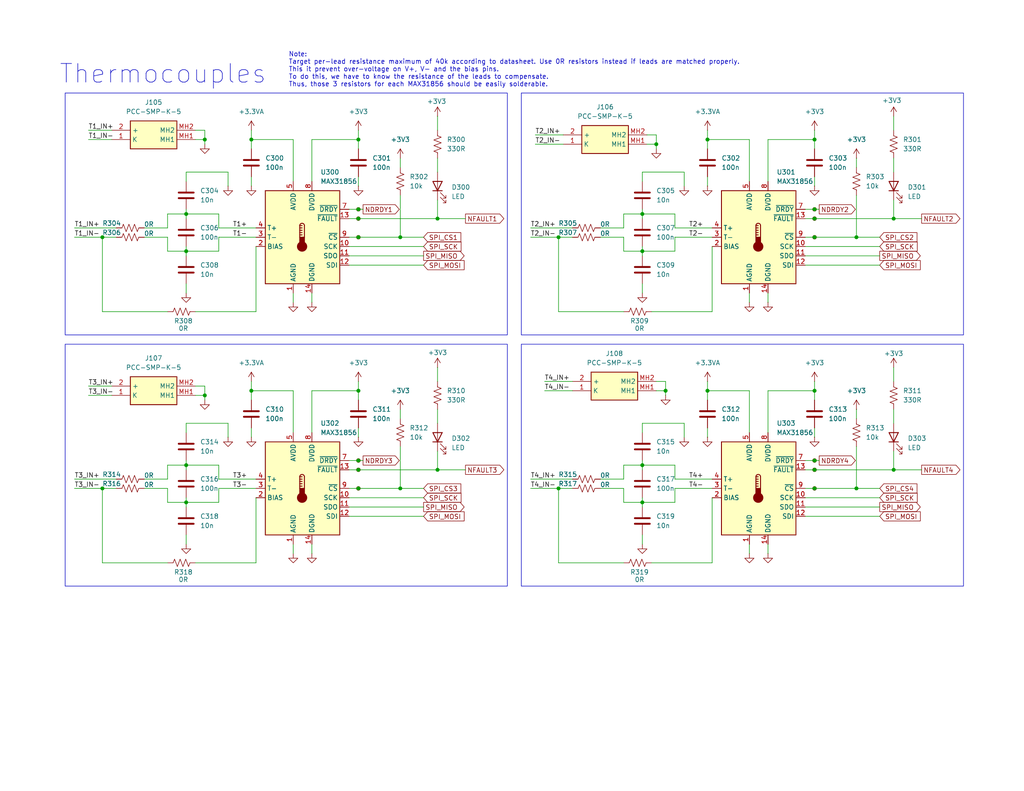
<source format=kicad_sch>
(kicad_sch (version 20250114) (generator "eeschema") (generator_version "9.0")
  (paper "USLetter")
  (title_block (title "Thermocouple Board") (date "2025-10-09") (rev "1A") (company "Aggie Propulsion and Rocketry Lab") (comment 1 "Drawn by: Nolan Poe") (comment 2 "Checked by: Daniel Fan"))
  (rectangle (start 142.24 93.98) (end 262.89 160.02))
  (rectangle (start 17.78 93.98) (end 138.43 160.02))
  (rectangle (start 142.24 25.4) (end 262.89 91.44))
  (rectangle (start 17.78 25.4) (end 138.43 91.44))
  (text "Note:\nTarget per-lead resistance maximum of 40k according to datasheet. Use 0R resistors instead if leads are matched properly.\nThis it prevent over-voltage on V+, V- and the bias pins.\nTo do this, we have to know the resistance of the leads to compensate.\nThus, those 3 resistors for each MAX31856 should be easily solderable." (at 78.74 19.05 0) (effects (font (size 1.27 1.27)) (justify left)))
  (text "Thermocouples" (at 44.45 20.32 0) (effects (font (size 5.08 5.08))))
  (junction (at 222.25 57.15))
  (junction (at 55.88 107.95))
  (junction (at 222.25 59.69))
  (junction (at 243.84 128.27))
  (junction (at 175.26 58.42))
  (junction (at 222.25 125.73))
  (junction (at 233.68 64.77))
  (junction (at 97.7804 59.69))
  (junction (at 97.79 133.35))
  (junction (at 27.94 133.35))
  (junction (at 68.58 38.1))
  (junction (at 243.84 59.69))
  (junction (at 222.25 128.27))
  (junction (at 50.8 68.58))
  (junction (at 233.68 133.35))
  (junction (at 97.79 128.27))
  (junction (at 179.07 39.37))
  (junction (at 68.58 106.68))
  (junction (at 222.25 38.1))
  (junction (at 97.79 64.77))
  (junction (at 27.94 64.77))
  (junction (at 193.04 106.68))
  (junction (at 50.8 58.42))
  (junction (at 109.22 133.35))
  (junction (at 97.79 106.68))
  (junction (at 222.25 133.35))
  (junction (at 181.61 106.68))
  (junction (at 50.8 137.16))
  (junction (at 97.79 38.1))
  (junction (at 119.38 59.69))
  (junction (at 152.4 133.35))
  (junction (at 119.38 128.27))
  (junction (at 175.26 137.16))
  (junction (at 175.26 68.58))
  (junction (at 97.79 57.15))
  (junction (at 50.8 127))
  (junction (at 152.4 64.77))
  (junction (at 109.22 64.77))
  (junction (at 55.88 38.1))
  (junction (at 222.25 64.77))
  (junction (at 222.25 106.68))
  (junction (at 175.26 127))
  (junction (at 193.04 38.1))
  (junction (at 97.79 125.73))
  (wire (pts (xy 85.09 38.1) (xy 97.79 38.1)))
  (wire (pts (xy 69.85 130.81) (xy 59.69 130.81)))
  (wire (pts (xy 119.38 100.33) (xy 119.38 104.14)))
  (wire (pts (xy 152.4 85.09) (xy 152.4 64.77)))
  (wire (pts (xy 85.09 106.68) (xy 97.79 106.68)))
  (wire (pts (xy 209.55 151.13) (xy 209.55 148.59)))
  (wire (pts (xy 193.04 38.1) (xy 204.47 38.1)))
  (wire (pts (xy 85.09 151.13) (xy 85.09 148.59)))
  (wire (pts (xy 95.25 138.43) (xy 115.57 138.43)))
  (wire (pts (xy 222.25 116.84) (xy 222.25 119.38)))
  (wire (pts (xy 146.05 39.37) (xy 153.67 39.37)))
  (wire (pts (xy 181.61 106.68) (xy 181.61 104.14)))
  (wire (pts (xy 148.59 104.14) (xy 156.21 104.14)))
  (wire (pts (xy 170.18 62.23) (xy 163.83 62.23)))
  (wire (pts (xy 27.94 133.35) (xy 31.75 133.35)))
  (wire (pts (xy 97.79 64.77) (xy 95.25 64.77)))
  (wire (pts (xy 170.18 133.35) (xy 170.18 137.16)))
  (wire (pts (xy 219.71 69.85) (xy 240.03 69.85)))
  (wire (pts (xy 85.09 118.11) (xy 85.09 106.68)))
  (wire (pts (xy 186.69 115.57) (xy 175.26 115.57)))
  (wire (pts (xy 243.84 31.75) (xy 243.84 35.56)))
  (wire (pts (xy 194.31 153.67) (xy 194.31 135.89)))
  (wire (pts (xy 95.25 69.85) (xy 115.57 69.85)))
  (wire (pts (xy 184.15 64.77) (xy 184.15 68.58)))
  (wire (pts (xy 243.84 123.19) (xy 243.84 128.27)))
  (wire (pts (xy 50.8 68.58) (xy 59.69 68.58)))
  (wire (pts (xy 62.23 50.8) (xy 62.23 46.99)))
  (wire (pts (xy 95.25 59.69) (xy 97.7804 59.69)))
  (wire (pts (xy 175.26 146.05) (xy 175.26 148.59)))
  (wire (pts (xy 53.34 85.09) (xy 69.85 85.09)))
  (wire (pts (xy 85.09 82.55) (xy 85.09 80.01)))
  (wire (pts (xy 181.61 107.95) (xy 181.61 106.68)))
  (wire (pts (xy 179.07 39.37) (xy 179.07 36.83)))
  (wire (pts (xy 50.8 127) (xy 59.69 127)))
  (wire (pts (xy 222.25 48.26) (xy 222.25 50.8)))
  (wire (pts (xy 20.32 62.23) (xy 31.75 62.23)))
  (wire (pts (xy 144.78 64.77) (xy 152.4 64.77)))
  (wire (pts (xy 69.85 62.23) (xy 59.69 62.23)))
  (wire (pts (xy 68.58 38.1) (xy 80.01 38.1)))
  (wire (pts (xy 45.72 85.09) (xy 27.94 85.09)))
  (wire (pts (xy 59.69 64.77) (xy 59.69 68.58)))
  (wire (pts (xy 170.18 127) (xy 170.18 130.81)))
  (wire (pts (xy 55.88 107.95) (xy 55.88 105.41)))
  (wire (pts (xy 193.04 35.56) (xy 193.04 38.1)))
  (wire (pts (xy 53.34 153.67) (xy 69.85 153.67)))
  (wire (pts (xy 170.18 58.42) (xy 170.18 62.23)))
  (wire (pts (xy 175.26 46.99) (xy 175.26 49.53)))
  (wire (pts (xy 209.55 118.11) (xy 209.55 106.68)))
  (wire (pts (xy 50.8 125.73) (xy 50.8 127)))
  (wire (pts (xy 175.26 127) (xy 170.18 127)))
  (wire (pts (xy 209.55 38.1) (xy 222.25 38.1)))
  (wire (pts (xy 233.68 64.77) (xy 240.03 64.77)))
  (wire (pts (xy 222.25 106.68) (xy 222.25 109.22)))
  (wire (pts (xy 152.4 133.35) (xy 156.21 133.35)))
  (wire (pts (xy 219.71 67.31) (xy 240.03 67.31)))
  (wire (pts (xy 175.26 69.85) (xy 175.26 68.58)))
  (wire (pts (xy 95.25 128.27) (xy 97.79 128.27)))
  (wire (pts (xy 194.31 62.23) (xy 184.15 62.23)))
  (wire (pts (xy 193.04 104.14) (xy 193.04 106.68)))
  (wire (pts (xy 170.18 130.81) (xy 163.83 130.81)))
  (wire (pts (xy 68.58 106.68) (xy 68.58 109.22)))
  (wire (pts (xy 55.88 39.37) (xy 55.88 38.1)))
  (wire (pts (xy 50.8 46.99) (xy 50.8 49.53)))
  (wire (pts (xy 69.85 85.09) (xy 69.85 67.31)))
  (wire (pts (xy 109.22 43.18) (xy 109.22 45.72)))
  (wire (pts (xy 99.06 125.73) (xy 97.79 125.73)))
  (wire (pts (xy 219.71 72.39) (xy 240.03 72.39)))
  (wire (pts (xy 175.26 68.58) (xy 184.15 68.58)))
  (wire (pts (xy 222.25 133.35) (xy 219.71 133.35)))
  (wire (pts (xy 184.15 62.23) (xy 184.15 58.42)))
  (wire (pts (xy 45.72 130.81) (xy 39.37 130.81)))
  (wire (pts (xy 68.58 104.14) (xy 68.58 106.68)))
  (wire (pts (xy 177.8 85.09) (xy 194.31 85.09)))
  (wire (pts (xy 175.26 138.43) (xy 175.26 137.16)))
  (wire (pts (xy 243.84 43.18) (xy 243.84 46.99)))
  (wire (pts (xy 59.69 64.77) (xy 69.85 64.77)))
  (wire (pts (xy 193.04 119.38) (xy 193.04 116.84)))
  (wire (pts (xy 179.07 40.64) (xy 179.07 39.37)))
  (wire (pts (xy 170.18 137.16) (xy 175.26 137.16)))
  (wire (pts (xy 144.78 62.23) (xy 156.21 62.23)))
  (wire (pts (xy 39.37 64.77) (xy 45.72 64.77)))
  (wire (pts (xy 68.58 38.1) (xy 68.58 40.64)))
  (wire (pts (xy 170.18 85.09) (xy 152.4 85.09)))
  (wire (pts (xy 219.71 57.15) (xy 222.25 57.15)))
  (wire (pts (xy 222.25 38.1) (xy 222.25 40.64)))
  (wire (pts (xy 68.58 106.68) (xy 80.01 106.68)))
  (wire (pts (xy 233.68 43.18) (xy 233.68 45.72)))
  (wire (pts (xy 62.23 46.99) (xy 50.8 46.99)))
  (wire (pts (xy 209.55 82.55) (xy 209.55 80.01)))
  (wire (pts (xy 68.58 119.38) (xy 68.58 116.84)))
  (wire (pts (xy 222.25 128.27) (xy 219.71 128.27)))
  (wire (pts (xy 50.8 138.43) (xy 50.8 137.16)))
  (wire (pts (xy 243.84 128.27) (xy 222.25 128.27)))
  (wire (pts (xy 179.07 104.14) (xy 181.61 104.14)))
  (wire (pts (xy 97.79 48.26) (xy 97.79 50.8)))
  (wire (pts (xy 175.26 77.47) (xy 175.26 80.01)))
  (wire (pts (xy 95.25 125.73) (xy 97.79 125.73)))
  (wire (pts (xy 175.26 127) (xy 175.26 128.27)))
  (wire (pts (xy 204.47 151.13) (xy 204.47 148.59)))
  (wire (pts (xy 170.18 68.58) (xy 175.26 68.58)))
  (wire (pts (xy 109.22 111.76) (xy 109.22 114.3)))
  (wire (pts (xy 69.85 153.67) (xy 69.85 135.89)))
  (wire (pts (xy 219.71 125.73) (xy 222.25 125.73)))
  (wire (pts (xy 109.22 133.35) (xy 115.57 133.35)))
  (wire (pts (xy 194.31 130.81) (xy 184.15 130.81)))
  (wire (pts (xy 119.38 43.18) (xy 119.38 46.99)))
  (wire (pts (xy 119.38 111.76) (xy 119.38 115.57)))
  (wire (pts (xy 243.84 100.33) (xy 243.84 104.14)))
  (wire (pts (xy 177.8 153.67) (xy 194.31 153.67)))
  (wire (pts (xy 59.69 62.23) (xy 59.69 58.42)))
  (wire (pts (xy 55.88 38.1) (xy 55.88 35.56)))
  (wire (pts (xy 219.71 140.97) (xy 240.03 140.97)))
  (wire (pts (xy 24.13 105.41) (xy 30.48 105.41)))
  (wire (pts (xy 27.94 85.09) (xy 27.94 64.77)))
  (wire (pts (xy 45.72 127) (xy 45.72 130.81)))
  (wire (pts (xy 175.26 58.42) (xy 184.15 58.42)))
  (wire (pts (xy 85.09 49.53) (xy 85.09 38.1)))
  (wire (pts (xy 53.34 38.1) (xy 55.88 38.1)))
  (wire (pts (xy 222.25 64.77) (xy 219.71 64.77)))
  (wire (pts (xy 50.8 115.57) (xy 50.8 118.11)))
  (wire (pts (xy 146.05 36.83) (xy 153.67 36.83)))
  (wire (pts (xy 243.84 59.69) (xy 251.46 59.69)))
  (wire (pts (xy 186.69 119.38) (xy 186.69 115.57)))
  (wire (pts (xy 80.01 82.55) (xy 80.01 80.01)))
  (wire (pts (xy 194.31 85.09) (xy 194.31 67.31)))
  (wire (pts (xy 45.72 137.16) (xy 50.8 137.16)))
  (wire (pts (xy 193.04 106.68) (xy 193.04 109.22)))
  (wire (pts (xy 170.18 153.67) (xy 152.4 153.67)))
  (wire (pts (xy 95.25 57.15) (xy 97.79 57.15)))
  (wire (pts (xy 175.26 137.16) (xy 184.15 137.16)))
  (wire (pts (xy 175.26 58.42) (xy 170.18 58.42)))
  (wire (pts (xy 148.59 106.68) (xy 156.21 106.68)))
  (wire (pts (xy 233.68 133.35) (xy 222.25 133.35)))
  (wire (pts (xy 175.26 68.58) (xy 175.26 67.31)))
  (wire (pts (xy 109.22 64.77) (xy 115.57 64.77)))
  (wire (pts (xy 193.04 106.68) (xy 204.47 106.68)))
  (wire (pts (xy 204.47 38.1) (xy 204.47 49.53)))
  (wire (pts (xy 219.71 138.43) (xy 240.03 138.43)))
  (wire (pts (xy 243.84 111.76) (xy 243.84 115.57)))
  (wire (pts (xy 109.22 133.35) (xy 97.79 133.35)))
  (wire (pts (xy 175.26 58.42) (xy 175.26 59.69)))
  (wire (pts (xy 50.8 137.16) (xy 50.8 135.89)))
  (wire (pts (xy 24.13 38.1) (xy 30.48 38.1)))
  (wire (pts (xy 186.69 46.99) (xy 175.26 46.99)))
  (wire (pts (xy 222.25 35.56) (xy 222.25 38.1)))
  (wire (pts (xy 50.8 68.58) (xy 50.8 67.31)))
  (wire (pts (xy 50.8 57.15) (xy 50.8 58.42)))
  (wire (pts (xy 50.8 127) (xy 50.8 128.27)))
  (wire (pts (xy 176.53 36.83) (xy 179.07 36.83)))
  (wire (pts (xy 95.25 140.97) (xy 115.57 140.97)))
  (wire (pts (xy 53.34 107.95) (xy 55.88 107.95)))
  (wire (pts (xy 20.32 133.35) (xy 27.94 133.35)))
  (wire (pts (xy 97.79 106.68) (xy 97.79 109.22)))
  (wire (pts (xy 50.8 69.85) (xy 50.8 68.58)))
  (wire (pts (xy 175.26 137.16) (xy 175.26 135.89)))
  (wire (pts (xy 175.26 115.57) (xy 175.26 118.11)))
  (wire (pts (xy 45.72 64.77) (xy 45.72 68.58)))
  (wire (pts (xy 80.01 106.68) (xy 80.01 118.11)))
  (wire (pts (xy 119.38 59.69) (xy 127 59.69)))
  (wire (pts (xy 97.79 128.27) (xy 119.38 128.27)))
  (wire (pts (xy 55.88 109.22) (xy 55.88 107.95)))
  (wire (pts (xy 233.68 133.35) (xy 240.03 133.35)))
  (wire (pts (xy 119.38 31.75) (xy 119.38 35.56)))
  (wire (pts (xy 59.69 133.35) (xy 59.69 137.16)))
  (wire (pts (xy 20.32 130.81) (xy 31.75 130.81)))
  (wire (pts (xy 204.47 82.55) (xy 204.47 80.01)))
  (wire (pts (xy 144.78 133.35) (xy 152.4 133.35)))
  (wire (pts (xy 50.8 77.47) (xy 50.8 80.01)))
  (wire (pts (xy 45.72 153.67) (xy 27.94 153.67)))
  (wire (pts (xy 68.58 50.8) (xy 68.58 48.26)))
  (wire (pts (xy 175.26 57.15) (xy 175.26 58.42)))
  (wire (pts (xy 109.22 64.77) (xy 97.79 64.77)))
  (wire (pts (xy 163.83 64.77) (xy 170.18 64.77)))
  (wire (pts (xy 50.8 127) (xy 45.72 127)))
  (wire (pts (xy 119.38 128.27) (xy 127 128.27)))
  (wire (pts (xy 50.8 58.42) (xy 59.69 58.42)))
  (wire (pts (xy 20.32 64.77) (xy 27.94 64.77)))
  (wire (pts (xy 109.22 53.34) (xy 109.22 64.77)))
  (wire (pts (xy 97.79 38.1) (xy 97.79 40.64)))
  (wire (pts (xy 243.84 54.61) (xy 243.84 59.69)))
  (wire (pts (xy 163.83 133.35) (xy 170.18 133.35)))
  (wire (pts (xy 97.79 104.14) (xy 97.79 106.68)))
  (wire (pts (xy 50.8 58.42) (xy 45.72 58.42)))
  (wire (pts (xy 50.8 146.05) (xy 50.8 148.59)))
  (wire (pts (xy 186.69 50.8) (xy 186.69 46.99)))
  (wire (pts (xy 95.25 67.31) (xy 115.57 67.31)))
  (wire (pts (xy 184.15 130.81) (xy 184.15 127)))
  (wire (pts (xy 193.04 38.1) (xy 193.04 40.64)))
  (wire (pts (xy 222.25 125.73) (xy 223.52 125.73)))
  (wire (pts (xy 95.25 135.89) (xy 115.57 135.89)))
  (wire (pts (xy 209.55 106.68) (xy 222.25 106.68)))
  (wire (pts (xy 62.23 119.38) (xy 62.23 115.57)))
  (wire (pts (xy 24.13 35.56) (xy 30.48 35.56)))
  (wire (pts (xy 80.01 38.1) (xy 80.01 49.53)))
  (wire (pts (xy 233.68 64.77) (xy 222.25 64.77)))
  (wire (pts (xy 233.68 53.34) (xy 233.68 64.77)))
  (wire (pts (xy 62.23 115.57) (xy 50.8 115.57)))
  (wire (pts (xy 27.94 64.77) (xy 31.75 64.77)))
  (wire (pts (xy 219.71 59.69) (xy 222.25 59.69)))
  (wire (pts (xy 53.34 35.56) (xy 55.88 35.56)))
  (wire (pts (xy 119.38 54.61) (xy 119.38 59.69)))
  (wire (pts (xy 179.07 106.68) (xy 181.61 106.68)))
  (wire (pts (xy 50.8 137.16) (xy 59.69 137.16)))
  (wire (pts (xy 243.84 128.27) (xy 251.46 128.27)))
  (wire (pts (xy 184.15 64.77) (xy 194.31 64.77)))
  (wire (pts (xy 219.71 135.89) (xy 240.03 135.89)))
  (wire (pts (xy 99.06 57.15) (xy 97.79 57.15)))
  (wire (pts (xy 222.25 57.15) (xy 223.52 57.15)))
  (wire (pts (xy 152.4 153.67) (xy 152.4 133.35)))
  (wire (pts (xy 170.18 64.77) (xy 170.18 68.58)))
  (wire (pts (xy 53.34 105.41) (xy 55.88 105.41)))
  (wire (pts (xy 175.26 125.73) (xy 175.26 127)))
  (wire (pts (xy 68.58 35.56) (xy 68.58 38.1)))
  (wire (pts (xy 222.25 104.14) (xy 222.25 106.68)))
  (wire (pts (xy 45.72 58.42) (xy 45.72 62.23)))
  (wire (pts (xy 59.69 133.35) (xy 69.85 133.35)))
  (wire (pts (xy 24.13 107.95) (xy 30.48 107.95)))
  (wire (pts (xy 193.04 50.8) (xy 193.04 48.26)))
  (wire (pts (xy 184.15 133.35) (xy 194.31 133.35)))
  (wire (pts (xy 209.55 49.53) (xy 209.55 38.1)))
  (wire (pts (xy 97.79 133.35) (xy 95.25 133.35)))
  (wire (pts (xy 97.7804 59.69) (xy 119.38 59.69)))
  (wire (pts (xy 152.4 64.77) (xy 156.21 64.77)))
  (wire (pts (xy 144.78 130.81) (xy 156.21 130.81)))
  (wire (pts (xy 222.25 59.69) (xy 243.84 59.69)))
  (wire (pts (xy 27.94 153.67) (xy 27.94 133.35)))
  (wire (pts (xy 39.37 133.35) (xy 45.72 133.35)))
  (wire (pts (xy 175.26 127) (xy 184.15 127)))
  (wire (pts (xy 109.22 121.92) (xy 109.22 133.35)))
  (wire (pts (xy 50.8 58.42) (xy 50.8 59.69)))
  (wire (pts (xy 95.25 72.39) (xy 115.57 72.39)))
  (wire (pts (xy 233.68 111.76) (xy 233.68 114.3)))
  (wire (pts (xy 176.53 39.37) (xy 179.07 39.37)))
  (wire (pts (xy 204.47 106.68) (xy 204.47 118.11)))
  (wire (pts (xy 233.68 121.92) (xy 233.68 133.35)))
  (wire (pts (xy 59.69 130.81) (xy 59.69 127)))
  (wire (pts (xy 97.79 116.84) (xy 97.79 119.38)))
  (wire (pts (xy 45.72 133.35) (xy 45.72 137.16)))
  (wire (pts (xy 184.15 133.35) (xy 184.15 137.16)))
  (wire (pts (xy 45.72 68.58) (xy 50.8 68.58)))
  (wire (pts (xy 45.72 62.23) (xy 39.37 62.23)))
  (wire (pts (xy 97.79 35.56) (xy 97.79 38.1)))
  (wire (pts (xy 119.38 123.19) (xy 119.38 128.27)))
  (wire (pts (xy 80.01 151.13) (xy 80.01 148.59)))
  (label "T4_IN-" (at 148.59 106.68 0))
  (label "T2_IN+" (at 146.05 36.83 0))
  (label "T2_IN-" (at 146.05 39.37 0))
  (label "T3_IN-" (at 24.13 107.95 0))
  (label "T4_IN+" (at 144.78 130.81 0))
  (label "T4-" (at 187.96 133.35 0))
  (label "T2-" (at 187.96 64.77 0))
  (label "T2+" (at 187.96 62.23 0))
  (label "T1+" (at 63.5 62.23 0))
  (label "T1_IN-" (at 20.32 64.77 0))
  (label "T3_IN+" (at 24.13 105.41 0))
  (label "T1_IN+" (at 24.13 35.56 0))
  (label "T1_IN+" (at 20.32 62.23 0))
  (label "T3+" (at 63.5 130.81 0))
  (label "T3_IN-" (at 20.32 133.35 0))
  (label "T4+" (at 187.96 130.81 0))
  (label "T2_IN-" (at 144.78 64.77 0))
  (label "T3-" (at 63.5 133.35 0))
  (label "T1-" (at 63.5 64.77 0))
  (label "T4_IN-" (at 144.78 133.35 0))
  (label "T4_IN+" (at 148.59 104.14 0))
  (label "T3_IN+" (at 20.32 130.81 0))
  (label "T1_IN-" (at 24.13 38.1 0))
  (label "T2_IN+" (at 144.78 62.23 0))
  (global_label "SPI_MISO" (shape output) (at 240.03 138.43 0) (property "Intersheetrefs" "${INTERSHEET_REFS}" (effects (hide yes))))
  (global_label "NFAULT1" (shape output) (at 127 59.69 0) (property "Intersheetrefs" "${INTERSHEET_REFS}" (effects (hide yes))))
  (global_label "NDRDY4" (shape output) (at 223.52 125.73 0) (property "Intersheetrefs" "${INTERSHEET_REFS}" (effects (hide yes))))
  (global_label "SPI_SCK" (shape input) (at 115.57 135.89 0) (property "Intersheetrefs" "${INTERSHEET_REFS}" (effects (hide yes))))
  (global_label "SPI_MISO" (shape output) (at 115.57 69.85 0) (property "Intersheetrefs" "${INTERSHEET_REFS}" (effects (hide yes))))
  (global_label "NFAULT4" (shape output) (at 251.46 128.27 0) (property "Intersheetrefs" "${INTERSHEET_REFS}" (effects (hide yes))))
  (global_label "SPI_MOSI" (shape input) (at 115.57 140.97 0) (property "Intersheetrefs" "${INTERSHEET_REFS}" (effects (hide yes))))
  (global_label "SPI_MISO" (shape output) (at 240.03 69.85 0) (property "Intersheetrefs" "${INTERSHEET_REFS}" (effects (hide yes))))
  (global_label "NFAULT2" (shape output) (at 251.46 59.69 0) (property "Intersheetrefs" "${INTERSHEET_REFS}" (effects (hide yes))))
  (global_label "SPI_CS1" (shape input) (at 115.57 64.77 0) (property "Intersheetrefs" "${INTERSHEET_REFS}" (effects (hide yes))))
  (global_label "SPI_SCK" (shape input) (at 240.03 67.31 0) (property "Intersheetrefs" "${INTERSHEET_REFS}" (effects (hide yes))))
  (global_label "SPI_MOSI" (shape input) (at 240.03 140.97 0) (property "Intersheetrefs" "${INTERSHEET_REFS}" (effects (hide yes))))
  (global_label "NDRDY3" (shape output) (at 99.06 125.73 0) (property "Intersheetrefs" "${INTERSHEET_REFS}" (effects (hide yes))))
  (global_label "NFAULT3" (shape output) (at 127 128.27 0) (property "Intersheetrefs" "${INTERSHEET_REFS}" (effects (hide yes))))
  (global_label "SPI_CS4" (shape input) (at 240.03 133.35 0) (property "Intersheetrefs" "${INTERSHEET_REFS}" (effects (hide yes))))
  (global_label "SPI_MISO" (shape output) (at 115.57 138.43 0) (property "Intersheetrefs" "${INTERSHEET_REFS}" (effects (hide yes))))
  (global_label "SPI_MOSI" (shape input) (at 240.03 72.39 0) (property "Intersheetrefs" "${INTERSHEET_REFS}" (effects (hide yes))))
  (global_label "SPI_MOSI" (shape input) (at 115.57 72.39 0) (property "Intersheetrefs" "${INTERSHEET_REFS}" (effects (hide yes))))
  (global_label "NDRDY1" (shape output) (at 99.06 57.15 0) (property "Intersheetrefs" "${INTERSHEET_REFS}" (effects (hide yes))))
  (global_label "SPI_SCK" (shape input) (at 115.57 67.31 0) (property "Intersheetrefs" "${INTERSHEET_REFS}" (effects (hide yes))))
  (global_label "SPI_CS3" (shape input) (at 115.57 133.35 0) (property "Intersheetrefs" "${INTERSHEET_REFS}" (effects (hide yes))))
  (global_label "SPI_CS2" (shape input) (at 240.03 64.77 0) (property "Intersheetrefs" "${INTERSHEET_REFS}" (effects (hide yes))))
  (global_label "NDRDY2" (shape output) (at 223.52 57.15 0) (property "Intersheetrefs" "${INTERSHEET_REFS}" (effects (hide yes))))
  (global_label "SPI_SCK" (shape input) (at 240.03 135.89 0) (property "Intersheetrefs" "${INTERSHEET_REFS}" (effects (hide yes))))
  (symbol (lib_id "Device:R_US") (at 173.99 85.09 90) (unit 1)
    (property "Reference" "R309" (at 174.498 87.63 90))
    (property "Value" "0R" (at 174.498 89.662 90))
    (property "Footprint" "Resistor_SMD:R_0603_1608Metric" (effects (hide yes)))
    (property "Description" "Resistor, US symbol" (effects (hide yes)))
    (property "LCSC" "C95177" (effects (hide yes)))
  )
  (symbol (lib_id "Device:R_US") (at 243.84 107.95 0) (unit 1)
    (property "Reference" "R311" (at 246.38 106.6799 0) (effects (justify left)))
    (property "Value" "330R" (at 246.38 109.2199 0) (effects (justify left)))
    (property "Footprint" "Resistor_SMD:R_0402_1005Metric" (effects (hide yes)))
    (property "Description" "Resistor, US symbol" (effects (hide yes)))
    (property "LCSC" "C105875" (effects (hide yes)))
  )
  (symbol (lib_id "Connector:TestPoint_Small") (at 222.25 133.35 0) (unit 1)
    (property "Reference" "TP122" (effects (hide yes)))
    (property "Value" "TestPoint_Small" (effects (hide yes)))
    (property "Footprint" "TestPoint:TestPoint_Pad_D1.0mm" (effects (hide yes)))
    (property "Description" "test point" (effects (hide yes)))
  )
  (symbol (lib_id "PCC-SMP-K-5:PCC-SMP-K-5") (at 153.67 36.83 0) (unit 1)
    (property "Reference" "J106" (at 165.1 29.21 0))
    (property "Value" "PCC-SMP-K-5" (at 165.1 31.75 0))
    (property "Footprint" "Omega:PCCSMPK5" (effects (hide yes)))
    (property "Datasheet" "https://br.omega.com/omegaFiles/temperature/pdf/PCC-OST-SMP.pdf" (effects (hide yes)))
    (property "Description" "OMEGA - PCC-SMP-K-5 - THERMOCOUPLE CONN, K TYPE, RCPT, PK 5" (effects (hide yes)))
    (property "Height" "6.3" (effects (hide yes)))
    (property "Manufacturer_Name" "OMEGA" (effects (hide yes)))
    (property "Manufacturer_Part_Number" "PCC-SMP-K-5" (effects (hide yes)))
  )
  (symbol (lib_id "power:GND") (at 62.23 50.8 0) (unit 1)
    (property "Reference" "#PWR0308" (effects (hide yes)))
    (property "Value" "GND" (effects (hide yes)))
    (property "Description" "Power symbol creates a global label with name \"GND\" , ground" (effects (hide yes)))
  )
  (symbol (lib_id "Connector:TestPoint_Small") (at 97.79 57.15 0) (unit 1)
    (property "Reference" "TP106" (effects (hide yes)))
    (property "Value" "TestPoint_Small" (effects (hide yes)))
    (property "Footprint" "TestPoint:TestPoint_Pad_D1.0mm" (effects (hide yes)))
    (property "Description" "test point" (effects (hide yes)))
  )
  (symbol (lib_id "MAX31856TriState:MAX31856") (at 207.01 64.77 0) (unit 1)
    (property "Reference" "U301" (at 211.8995 46.99 0) (effects (justify left)))
    (property "Value" "MAX31856" (at 211.8995 49.53 0) (effects (justify left)))
    (property "Footprint" "Package_SO:TSSOP-14_4.4x5mm_P0.65mm" (effects (hide yes)))
    (property "Datasheet" "https://datasheets.maximintegrated.com/en/ds/MAX31856.pdf" (effects (hide yes)))
    (property "Description" "Precision Thermocouple to Digital Converter with Linearization, TSSOP-14" (effects (hide yes)))
    (property "LCSC" "C2653162" (effects (hide yes)))
  )
  (symbol (lib_id "Connector:TestPoint_Small") (at 97.79 64.77 0) (unit 1)
    (property "Reference" "TP300" (effects (hide yes)))
    (property "Value" "TestPoint_Small" (effects (hide yes)))
    (property "Footprint" "TestPoint:TestPoint_Pad_D1.0mm" (effects (hide yes)))
    (property "Description" "test point" (effects (hide yes)))
  )
  (symbol (lib_id "Device:C") (at 68.58 113.03 0) (unit 1)
    (property "Reference" "C310" (at 72.39 111.7599 0) (effects (justify left)))
    (property "Value" "100n" (at 72.39 114.2999 0) (effects (justify left)))
    (property "Footprint" "Capacitor_SMD:C_0402_1005Metric" (effects (hide yes)))
    (property "Description" "Unpolarized capacitor" (effects (hide yes)))
    (property "LCSC" "C1525" (effects (hide yes)))
  )
  (symbol (lib_id "power:GND") (at 204.47 151.13 0) (unit 1)
    (property "Reference" "#PWR0338" (effects (hide yes)))
    (property "Value" "GND" (effects (hide yes)))
    (property "Description" "Power symbol creates a global label with name \"GND\" , ground" (effects (hide yes)))
  )
  (symbol (lib_id "PCC-SMP-K-5:PCC-SMP-K-5") (at 156.21 104.14 0) (unit 1)
    (property "Reference" "J108" (at 167.64 96.52 0))
    (property "Value" "PCC-SMP-K-5" (at 167.64 99.06 0))
    (property "Footprint" "Omega:PCCSMPK5" (effects (hide yes)))
    (property "Datasheet" "https://br.omega.com/omegaFiles/temperature/pdf/PCC-OST-SMP.pdf" (effects (hide yes)))
    (property "Description" "OMEGA - PCC-SMP-K-5 - THERMOCOUPLE CONN, K TYPE, RCPT, PK 5" (effects (hide yes)))
    (property "Height" "6.3" (effects (hide yes)))
    (property "Manufacturer_Name" "OMEGA" (effects (hide yes)))
    (property "Manufacturer_Part_Number" "PCC-SMP-K-5" (effects (hide yes)))
  )
  (symbol (lib_id "power:GND") (at 193.04 119.38 0) (unit 1)
    (property "Reference" "#PWR0332" (effects (hide yes)))
    (property "Value" "GND" (effects (hide yes)))
    (property "Description" "Power symbol creates a global label with name \"GND\" , ground" (effects (hide yes)))
  )
  (symbol (lib_id "Device:R_US") (at 35.56 62.23 90) (unit 1)
    (property "Reference" "R304" (at 30.48 60.96 90))
    (property "Value" "0R" (at 40.64 61.214 90))
    (property "Footprint" "Resistor_SMD:R_0603_1608Metric" (effects (hide yes)))
    (property "Description" "Resistor, US symbol" (effects (hide yes)))
    (property "LCSC" "C95177" (effects (hide yes)))
  )
  (symbol (lib_id "power:GND") (at 175.26 148.59 0) (unit 1)
    (property "Reference" "#PWR0335" (effects (hide yes)))
    (property "Value" "GND" (effects (hide yes)))
    (property "Description" "Power symbol creates a global label with name \"GND\" , ground" (effects (hide yes)))
  )
  (symbol (lib_id "power:GND") (at 85.09 82.55 0) (unit 1)
    (property "Reference" "#PWR0317" (effects (hide yes)))
    (property "Value" "GND" (effects (hide yes)))
    (property "Description" "Power symbol creates a global label with name \"GND\" , ground" (effects (hide yes)))
  )
  (symbol (lib_id "Device:C") (at 193.04 44.45 0) (unit 1)
    (property "Reference" "C302" (at 196.85 43.1799 0) (effects (justify left)))
    (property "Value" "100n" (at 196.85 45.7199 0) (effects (justify left)))
    (property "Footprint" "Capacitor_SMD:C_0402_1005Metric" (effects (hide yes)))
    (property "Description" "Unpolarized capacitor" (effects (hide yes)))
    (property "LCSC" "C1525" (effects (hide yes)))
  )
  (symbol (lib_id "Device:C") (at 97.79 44.45 0) (unit 1)
    (property "Reference" "C301" (at 101.6 43.1799 0) (effects (justify left)))
    (property "Value" "100n" (at 101.6 45.7199 0) (effects (justify left)))
    (property "Footprint" "Capacitor_SMD:C_0402_1005Metric" (effects (hide yes)))
    (property "Description" "Unpolarized capacitor" (effects (hide yes)))
    (property "LCSC" "C1525" (effects (hide yes)))
  )
  (symbol (lib_id "MAX31856TriState:MAX31856") (at 82.55 133.35 0) (unit 1)
    (property "Reference" "U302" (at 87.4395 115.57 0) (effects (justify left)))
    (property "Value" "MAX31856" (at 87.4395 118.11 0) (effects (justify left)))
    (property "Footprint" "Package_SO:TSSOP-14_4.4x5mm_P0.65mm" (effects (hide yes)))
    (property "Datasheet" "https://datasheets.maximintegrated.com/en/ds/MAX31856.pdf" (effects (hide yes)))
    (property "Description" "Precision Thermocouple to Digital Converter with Linearization, TSSOP-14" (effects (hide yes)))
    (property "LCSC" "C2653162" (effects (hide yes)))
  )
  (symbol (lib_id "Device:R_US") (at 160.02 64.77 90) (unit 1)
    (property "Reference" "R307" (at 154.94 63.5 90))
    (property "Value" "0R" (at 165.1 63.754 90))
    (property "Footprint" "Resistor_SMD:R_0603_1608Metric" (effects (hide yes)))
    (property "Description" "Resistor, US symbol" (effects (hide yes)))
    (property "LCSC" "C95177" (effects (hide yes)))
  )
  (symbol (lib_id "power:GND") (at 55.88 109.22 0) (unit 1)
    (property "Reference" "#PWR0138" (effects (hide yes)))
    (property "Value" "GND" (effects (hide yes)))
    (property "Description" "Power symbol creates a global label with name \"GND\" , ground" (effects (hide yes)))
  )
  (symbol (lib_id "Device:C") (at 50.8 121.92 0) (unit 1)
    (property "Reference" "C314" (at 54.61 120.6499 0) (effects (justify left)))
    (property "Value" "10n" (at 54.61 123.1899 0) (effects (justify left)))
    (property "Footprint" "Capacitor_SMD:C_0402_1005Metric" (effects (hide yes)))
    (property "Description" "Unpolarized capacitor" (effects (hide yes)))
    (property "LCSC" "C15195" (effects (hide yes)))
  )
  (symbol (lib_id "power:+3V3") (at 97.79 104.14 0) (unit 1)
    (property "Reference" "#PWR0323" (effects (hide yes)))
    (property "Value" "+3V3" (at 97.79 99.06 0))
    (property "Description" "Power symbol creates a global label with name \"+3V3\"" (effects (hide yes)))
  )
  (symbol (lib_id "Device:R_US") (at 160.02 62.23 90) (unit 1)
    (property "Reference" "R305" (at 154.94 60.96 90))
    (property "Value" "0R" (at 165.1 61.214 90))
    (property "Footprint" "Resistor_SMD:R_0603_1608Metric" (effects (hide yes)))
    (property "Description" "Resistor, US symbol" (effects (hide yes)))
    (property "LCSC" "C95177" (effects (hide yes)))
  )
  (symbol (lib_id "power:GND") (at 209.55 151.13 0) (unit 1)
    (property "Reference" "#PWR0339" (effects (hide yes)))
    (property "Value" "GND" (effects (hide yes)))
    (property "Description" "Power symbol creates a global label with name \"GND\" , ground" (effects (hide yes)))
  )
  (symbol (lib_id "Device:R_US") (at 35.56 130.81 90) (unit 1)
    (property "Reference" "R314" (at 30.48 129.54 90))
    (property "Value" "0R" (at 40.64 129.794 90))
    (property "Footprint" "Resistor_SMD:R_0603_1608Metric" (effects (hide yes)))
    (property "Description" "Resistor, US symbol" (effects (hide yes)))
    (property "LCSC" "C95177" (effects (hide yes)))
  )
  (symbol (lib_id "power:+3.3VA") (at 193.04 35.56 0) (unit 1)
    (property "Reference" "#PWR0304" (effects (hide yes)))
    (property "Value" "+3.3VA" (at 193.04 30.48 0))
    (property "Description" "Power symbol creates a global label with name \"+3.3VA\"" (effects (hide yes)))
  )
  (symbol (lib_id "Connector:TestPoint_Small") (at 97.7804 59.69 0) (unit 1)
    (property "Reference" "TP107" (effects (hide yes)))
    (property "Value" "TestPoint_Small" (effects (hide yes)))
    (property "Footprint" "TestPoint:TestPoint_Pad_D1.0mm" (effects (hide yes)))
    (property "Description" "test point" (effects (hide yes)))
  )
  (symbol (lib_id "power:GND") (at 68.58 119.38 0) (unit 1)
    (property "Reference" "#PWR0329" (effects (hide yes)))
    (property "Value" "GND" (effects (hide yes)))
    (property "Description" "Power symbol creates a global label with name \"GND\" , ground" (effects (hide yes)))
  )
  (symbol (lib_id "Device:R_US") (at 119.38 39.37 0) (unit 1)
    (property "Reference" "R300" (at 121.92 38.0999 0) (effects (justify left)))
    (property "Value" "330R" (at 121.92 40.6399 0) (effects (justify left)))
    (property "Footprint" "Resistor_SMD:R_0402_1005Metric" (effects (hide yes)))
    (property "Description" "Resistor, US symbol" (effects (hide yes)))
    (property "LCSC" "C105875" (effects (hide yes)))
  )
  (symbol (lib_id "Device:C") (at 50.8 132.08 0) (unit 1)
    (property "Reference" "C316" (at 54.61 130.8099 0) (effects (justify left)))
    (property "Value" "100n" (at 54.61 133.3499 0) (effects (justify left)))
    (property "Footprint" "Capacitor_SMD:C_0402_1005Metric" (effects (hide yes)))
    (property "Description" "Unpolarized capacitor" (effects (hide yes)))
    (property "LCSC" "C1525" (effects (hide yes)))
  )
  (symbol (lib_id "MAX31856TriState:MAX31856") (at 82.55 64.77 0) (unit 1)
    (property "Reference" "U300" (at 87.4395 46.99 0) (effects (justify left)))
    (property "Value" "MAX31856" (at 87.4395 49.53 0) (effects (justify left)))
    (property "Footprint" "Package_SO:TSSOP-14_4.4x5mm_P0.65mm" (effects (hide yes)))
    (property "Datasheet" "https://datasheets.maximintegrated.com/en/ds/MAX31856.pdf" (effects (hide yes)))
    (property "Description" "Precision Thermocouple to Digital Converter with Linearization, TSSOP-14" (effects (hide yes)))
    (property "LCSC" "C2653162" (effects (hide yes)))
  )
  (symbol (lib_id "power:GND") (at 186.69 50.8 0) (unit 1)
    (property "Reference" "#PWR0311" (effects (hide yes)))
    (property "Value" "GND" (effects (hide yes)))
    (property "Description" "Power symbol creates a global label with name \"GND\" , ground" (effects (hide yes)))
  )
  (symbol (lib_id "power:+3V3") (at 109.22 111.76 0) (unit 1)
    (property "Reference" "#PWR0221" (effects (hide yes)))
    (property "Value" "+3V3" (at 109.22 106.68 0))
    (property "Description" "Power symbol creates a global label with name \"+3V3\"" (effects (hide yes)))
  )
  (symbol (lib_id "PCC-SMP-K-5:PCC-SMP-K-5") (at 30.48 105.41 0) (unit 1)
    (property "Reference" "J107" (at 41.91 97.79 0))
    (property "Value" "PCC-SMP-K-5" (at 41.91 100.33 0))
    (property "Footprint" "Omega:PCCSMPK5" (effects (hide yes)))
    (property "Datasheet" "https://br.omega.com/omegaFiles/temperature/pdf/PCC-OST-SMP.pdf" (effects (hide yes)))
    (property "Description" "OMEGA - PCC-SMP-K-5 - THERMOCOUPLE CONN, K TYPE, RCPT, PK 5" (effects (hide yes)))
    (property "Height" "6.3" (effects (hide yes)))
    (property "Manufacturer_Name" "OMEGA" (effects (hide yes)))
    (property "Manufacturer_Part_Number" "PCC-SMP-K-5" (effects (hide yes)))
  )
  (symbol (lib_id "power:GND") (at 193.04 50.8 0) (unit 1)
    (property "Reference" "#PWR0312" (effects (hide yes)))
    (property "Value" "GND" (effects (hide yes)))
    (property "Description" "Power symbol creates a global label with name \"GND\" , ground" (effects (hide yes)))
  )
  (symbol (lib_id "Device:R_US") (at 35.56 133.35 90) (unit 1)
    (property "Reference" "R316" (at 30.48 132.08 90))
    (property "Value" "0R" (at 40.64 132.334 90))
    (property "Footprint" "Resistor_SMD:R_0603_1608Metric" (effects (hide yes)))
    (property "Description" "Resistor, US symbol" (effects (hide yes)))
    (property "LCSC" "C95177" (effects (hide yes)))
  )
  (symbol (lib_id "power:GND") (at 97.79 119.38 0) (unit 1)
    (property "Reference" "#PWR0330" (effects (hide yes)))
    (property "Value" "GND" (effects (hide yes)))
    (property "Description" "Power symbol creates a global label with name \"GND\" , ground" (effects (hide yes)))
  )
  (symbol (lib_id "Device:R_US") (at 160.02 133.35 90) (unit 1)
    (property "Reference" "R317" (at 154.94 132.08 90))
    (property "Value" "0R" (at 165.1 132.334 90))
    (property "Footprint" "Resistor_SMD:R_0603_1608Metric" (effects (hide yes)))
    (property "Description" "Resistor, US symbol" (effects (hide yes)))
    (property "LCSC" "C95177" (effects (hide yes)))
  )
  (symbol (lib_id "Device:C") (at 50.8 53.34 0) (unit 1)
    (property "Reference" "C304" (at 54.61 52.0699 0) (effects (justify left)))
    (property "Value" "10n" (at 54.61 54.6099 0) (effects (justify left)))
    (property "Footprint" "Capacitor_SMD:C_0402_1005Metric" (effects (hide yes)))
    (property "Description" "Unpolarized capacitor" (effects (hide yes)))
    (property "LCSC" "C15195" (effects (hide yes)))
  )
  (symbol (lib_id "power:+3V3") (at 119.38 31.75 0) (unit 1)
    (property "Reference" "#PWR0300" (effects (hide yes)))
    (property "Value" "+3V3" (at 119.126 27.686 0))
    (property "Description" "Power symbol creates a global label with name \"+3V3\"" (effects (hide yes)))
  )
  (symbol (lib_id "power:GND") (at 222.25 50.8 0) (unit 1)
    (property "Reference" "#PWR0313" (effects (hide yes)))
    (property "Value" "GND" (effects (hide yes)))
    (property "Description" "Power symbol creates a global label with name \"GND\" , ground" (effects (hide yes)))
  )
  (symbol (lib_id "Device:C") (at 97.79 113.03 0) (unit 1)
    (property "Reference" "C311" (at 101.6 111.7599 0) (effects (justify left)))
    (property "Value" "100n" (at 101.6 114.2999 0) (effects (justify left)))
    (property "Footprint" "Capacitor_SMD:C_0402_1005Metric" (effects (hide yes)))
    (property "Description" "Unpolarized capacitor" (effects (hide yes)))
    (property "LCSC" "C1525" (effects (hide yes)))
  )
  (symbol (lib_id "power:+3.3VA") (at 193.04 104.14 0) (unit 1)
    (property "Reference" "#PWR0324" (effects (hide yes)))
    (property "Value" "+3.3VA" (at 193.04 99.06 0))
    (property "Description" "Power symbol creates a global label with name \"+3.3VA\"" (effects (hide yes)))
  )
  (symbol (lib_id "Connector:TestPoint_Small") (at 97.79 128.27 0) (unit 1)
    (property "Reference" "TP109" (effects (hide yes)))
    (property "Value" "TestPoint_Small" (effects (hide yes)))
    (property "Footprint" "TestPoint:TestPoint_Pad_D1.0mm" (effects (hide yes)))
    (property "Description" "test point" (effects (hide yes)))
  )
  (symbol (lib_id "Device:C") (at 175.26 132.08 0) (unit 1)
    (property "Reference" "C317" (at 179.07 130.8099 0) (effects (justify left)))
    (property "Value" "100n" (at 179.07 133.3499 0) (effects (justify left)))
    (property "Footprint" "Capacitor_SMD:C_0402_1005Metric" (effects (hide yes)))
    (property "Description" "Unpolarized capacitor" (effects (hide yes)))
    (property "LCSC" "C1525" (effects (hide yes)))
  )
  (symbol (lib_id "power:+3V3") (at 222.25 104.14 0) (unit 1)
    (property "Reference" "#PWR0325" (effects (hide yes)))
    (property "Value" "+3V3" (at 222.25 99.06 0))
    (property "Description" "Power symbol creates a global label with name \"+3V3\"" (effects (hide yes)))
  )
  (symbol (lib_id "power:GND") (at 186.69 119.38 0) (unit 1)
    (property "Reference" "#PWR0331" (effects (hide yes)))
    (property "Value" "GND" (effects (hide yes)))
    (property "Description" "Power symbol creates a global label with name \"GND\" , ground" (effects (hide yes)))
  )
  (symbol (lib_id "power:+3V3") (at 222.25 35.56 0) (unit 1)
    (property "Reference" "#PWR0305" (effects (hide yes)))
    (property "Value" "+3V3" (at 222.25 30.48 0))
    (property "Description" "Power symbol creates a global label with name \"+3V3\"" (effects (hide yes)))
  )
  (symbol (lib_id "power:+3.3VA") (at 68.58 104.14 0) (unit 1)
    (property "Reference" "#PWR0322" (effects (hide yes)))
    (property "Value" "+3.3VA" (at 68.58 99.06 0))
    (property "Description" "Power symbol creates a global label with name \"+3.3VA\"" (effects (hide yes)))
  )
  (symbol (lib_id "power:+3V3") (at 97.79 35.56 0) (unit 1)
    (property "Reference" "#PWR0303" (effects (hide yes)))
    (property "Value" "+3V3" (at 97.79 30.48 0))
    (property "Description" "Power symbol creates a global label with name \"+3V3\"" (effects (hide yes)))
  )
  (symbol (lib_id "power:GND") (at 55.88 39.37 0) (unit 1)
    (property "Reference" "#PWR0137" (effects (hide yes)))
    (property "Value" "GND" (effects (hide yes)))
    (property "Description" "Power symbol creates a global label with name \"GND\" , ground" (effects (hide yes)))
  )
  (symbol (lib_id "Device:C") (at 175.26 121.92 0) (unit 1)
    (property "Reference" "C315" (at 179.07 120.6499 0) (effects (justify left)))
    (property "Value" "10n" (at 179.07 123.1899 0) (effects (justify left)))
    (property "Footprint" "Capacitor_SMD:C_0402_1005Metric" (effects (hide yes)))
    (property "Description" "Unpolarized capacitor" (effects (hide yes)))
    (property "LCSC" "C15195" (effects (hide yes)))
  )
  (symbol (lib_id "Device:R_US") (at 119.38 107.95 0) (unit 1)
    (property "Reference" "R310" (at 121.92 106.6799 0) (effects (justify left)))
    (property "Value" "330R" (at 121.92 109.2199 0) (effects (justify left)))
    (property "Footprint" "Resistor_SMD:R_0402_1005Metric" (effects (hide yes)))
    (property "Description" "Resistor, US symbol" (effects (hide yes)))
    (property "LCSC" "C105875" (effects (hide yes)))
  )
  (symbol (lib_id "power:+3V3") (at 243.84 100.33 0) (unit 1)
    (property "Reference" "#PWR0321" (effects (hide yes)))
    (property "Value" "+3V3" (at 243.84 96.52 0))
    (property "Description" "Power symbol creates a global label with name \"+3V3\"" (effects (hide yes)))
  )
  (symbol (lib_id "power:GND") (at 181.61 107.95 0) (unit 1)
    (property "Reference" "#PWR0139" (effects (hide yes)))
    (property "Value" "GND" (effects (hide yes)))
    (property "Description" "Power symbol creates a global label with name \"GND\" , ground" (effects (hide yes)))
  )
  (symbol (lib_id "power:GND") (at 50.8 148.59 0) (unit 1)
    (property "Reference" "#PWR0334" (effects (hide yes)))
    (property "Value" "GND" (effects (hide yes)))
    (property "Description" "Power symbol creates a global label with name \"GND\" , ground" (effects (hide yes)))
  )
  (symbol (lib_id "Device:C") (at 175.26 53.34 0) (unit 1)
    (property "Reference" "C305" (at 179.07 52.0699 0) (effects (justify left)))
    (property "Value" "10n" (at 179.07 54.6099 0) (effects (justify left)))
    (property "Footprint" "Capacitor_SMD:C_0402_1005Metric" (effects (hide yes)))
    (property "Description" "Unpolarized capacitor" (effects (hide yes)))
    (property "LCSC" "C15195" (effects (hide yes)))
  )
  (symbol (lib_id "power:GND") (at 85.09 151.13 0) (unit 1)
    (property "Reference" "#PWR0337" (effects (hide yes)))
    (property "Value" "GND" (effects (hide yes)))
    (property "Description" "Power symbol creates a global label with name \"GND\" , ground" (effects (hide yes)))
  )
  (symbol (lib_id "Device:C") (at 50.8 73.66 0) (unit 1)
    (property "Reference" "C308" (at 54.61 72.3899 0) (effects (justify left)))
    (property "Value" "10n" (at 54.61 74.9299 0) (effects (justify left)))
    (property "Footprint" "Capacitor_SMD:C_0402_1005Metric" (effects (hide yes)))
    (property "Description" "Unpolarized capacitor" (effects (hide yes)))
    (property "LCSC" "C15195" (effects (hide yes)))
  )
  (symbol (lib_id "Device:C") (at 175.26 142.24 0) (unit 1)
    (property "Reference" "C319" (at 179.07 140.9699 0) (effects (justify left)))
    (property "Value" "10n" (at 179.07 143.5099 0) (effects (justify left)))
    (property "Footprint" "Capacitor_SMD:C_0402_1005Metric" (effects (hide yes)))
    (property "Description" "Unpolarized capacitor" (effects (hide yes)))
    (property "LCSC" "C15195" (effects (hide yes)))
  )
  (symbol (lib_id "Connector:TestPoint_Small") (at 97.79 133.35 0) (unit 1)
    (property "Reference" "TP110" (effects (hide yes)))
    (property "Value" "TestPoint_Small" (effects (hide yes)))
    (property "Footprint" "TestPoint:TestPoint_Pad_D1.0mm" (effects (hide yes)))
    (property "Description" "test point" (effects (hide yes)))
  )
  (symbol (lib_id "power:GND") (at 50.8 80.01 0) (unit 1)
    (property "Reference" "#PWR0314" (effects (hide yes)))
    (property "Value" "GND" (effects (hide yes)))
    (property "Description" "Power symbol creates a global label with name \"GND\" , ground" (effects (hide yes)))
  )
  (symbol (lib_id "Device:R_US") (at 233.68 49.53 0) (unit 1)
    (property "Reference" "R303" (at 236.22 48.2599 0) (effects (justify left)))
    (property "Value" "10k" (at 236.22 50.7999 0) (effects (justify left)))
    (property "Footprint" "Resistor_SMD:R_0402_1005Metric" (effects (hide yes)))
    (property "Description" "Resistor, US symbol" (effects (hide yes)))
    (property "LCSC" "C60490" (effects (hide yes)))
  )
  (symbol (lib_id "Device:R_US") (at 160.02 130.81 90) (unit 1)
    (property "Reference" "R315" (at 154.94 129.54 90))
    (property "Value" "0R" (at 165.1 129.794 90))
    (property "Footprint" "Resistor_SMD:R_0603_1608Metric" (effects (hide yes)))
    (property "Description" "Resistor, US symbol" (effects (hide yes)))
    (property "LCSC" "C95177" (effects (hide yes)))
  )
  (symbol (lib_id "Connector:TestPoint_Small") (at 222.25 125.73 0) (unit 1)
    (property "Reference" "TP120" (effects (hide yes)))
    (property "Value" "TestPoint_Small" (effects (hide yes)))
    (property "Footprint" "TestPoint:TestPoint_Pad_D1.0mm" (effects (hide yes)))
    (property "Description" "test point" (effects (hide yes)))
  )
  (symbol (lib_id "power:GND") (at 175.26 80.01 0) (unit 1)
    (property "Reference" "#PWR0315" (effects (hide yes)))
    (property "Value" "GND" (effects (hide yes)))
    (property "Description" "Power symbol creates a global label with name \"GND\" , ground" (effects (hide yes)))
  )
  (symbol (lib_id "power:GND") (at 222.25 119.38 0) (unit 1)
    (property "Reference" "#PWR0333" (effects (hide yes)))
    (property "Value" "GND" (effects (hide yes)))
    (property "Description" "Power symbol creates a global label with name \"GND\" , ground" (effects (hide yes)))
  )
  (symbol (lib_id "Connector:TestPoint_Small") (at 222.25 59.69 0) (unit 1)
    (property "Reference" "TP115" (effects (hide yes)))
    (property "Value" "TestPoint_Small" (effects (hide yes)))
    (property "Footprint" "TestPoint:TestPoint_Pad_D1.0mm" (effects (hide yes)))
    (property "Description" "test point" (effects (hide yes)))
  )
  (symbol (lib_id "Device:R_US") (at 49.53 153.67 90) (unit 1)
    (property "Reference" "R318" (at 50.038 156.21 90))
    (property "Value" "0R" (at 50.038 158.242 90))
    (property "Footprint" "Resistor_SMD:R_0603_1608Metric" (effects (hide yes)))
    (property "Description" "Resistor, US symbol" (effects (hide yes)))
    (property "LCSC" "C95177" (effects (hide yes)))
  )
  (symbol (lib_id "Device:LED") (at 243.84 50.8 90) (unit 1)
    (property "Reference" "D301" (at 247.65 51.1174 90) (effects (justify right)))
    (property "Value" "LED" (at 247.65 53.6574 90) (effects (justify right)))
    (property "Footprint" "LED_SMD:LED_0402_1005Metric" (effects (hide yes)))
    (property "Description" "Light emitting diode" (effects (hide yes)))
    (property "Sim.Pins" "1=K 2=A" (effects (hide yes)))
    (property "LCSC" "C965793" (effects (hide yes)))
  )
  (symbol (lib_id "power:+3V3") (at 233.68 111.76 0) (unit 1)
    (property "Reference" "#PWR0225" (effects (hide yes)))
    (property "Value" "+3V3" (at 233.68 106.68 0))
    (property "Description" "Power symbol creates a global label with name \"+3V3\"" (effects (hide yes)))
  )
  (symbol (lib_id "Device:R_US") (at 233.68 118.11 0) (unit 1)
    (property "Reference" "R313" (at 236.22 116.8399 0) (effects (justify left)))
    (property "Value" "10k" (at 236.22 119.3799 0) (effects (justify left)))
    (property "Footprint" "Resistor_SMD:R_0402_1005Metric" (effects (hide yes)))
    (property "Description" "Resistor, US symbol" (effects (hide yes)))
    (property "LCSC" "C60490" (effects (hide yes)))
  )
  (symbol (lib_id "power:+3V3") (at 109.22 43.18 0) (unit 1)
    (property "Reference" "#PWR0218" (effects (hide yes)))
    (property "Value" "+3V3" (at 109.22 38.1 0))
    (property "Description" "Power symbol creates a global label with name \"+3V3\"" (effects (hide yes)))
  )
  (symbol (lib_id "power:GND") (at 80.01 82.55 0) (unit 1)
    (property "Reference" "#PWR0316" (effects (hide yes)))
    (property "Value" "GND" (effects (hide yes)))
    (property "Description" "Power symbol creates a global label with name \"GND\" , ground" (effects (hide yes)))
  )
  (symbol (lib_id "Device:C") (at 68.58 44.45 0) (unit 1)
    (property "Reference" "C300" (at 72.39 43.1799 0) (effects (justify left)))
    (property "Value" "100n" (at 72.39 45.7199 0) (effects (justify left)))
    (property "Footprint" "Capacitor_SMD:C_0402_1005Metric" (effects (hide yes)))
    (property "Description" "Unpolarized capacitor" (effects (hide yes)))
    (property "LCSC" "C1525" (effects (hide yes)))
  )
  (symbol (lib_id "Device:C") (at 175.26 73.66 0) (unit 1)
    (property "Reference" "C309" (at 179.07 72.3899 0) (effects (justify left)))
    (property "Value" "10n" (at 179.07 74.9299 0) (effects (justify left)))
    (property "Footprint" "Capacitor_SMD:C_0402_1005Metric" (effects (hide yes)))
    (property "Description" "Unpolarized capacitor" (effects (hide yes)))
    (property "LCSC" "C15195" (effects (hide yes)))
  )
  (symbol (lib_id "Connector:TestPoint_Small") (at 97.79 125.73 0) (unit 1)
    (property "Reference" "TP108" (effects (hide yes)))
    (property "Value" "TestPoint_Small" (effects (hide yes)))
    (property "Footprint" "TestPoint:TestPoint_Pad_D1.0mm" (effects (hide yes)))
    (property "Description" "test point" (effects (hide yes)))
  )
  (symbol (lib_id "Device:R_US") (at 109.22 49.53 0) (unit 1)
    (property "Reference" "R302" (at 111.76 48.2599 0) (effects (justify left)))
    (property "Value" "10k" (at 111.76 50.7999 0) (effects (justify left)))
    (property "Footprint" "Resistor_SMD:R_0402_1005Metric" (effects (hide yes)))
    (property "Description" "Resistor, US symbol" (effects (hide yes)))
    (property "LCSC" "C60490" (effects (hide yes)))
  )
  (symbol (lib_id "Device:R_US") (at 35.56 64.77 90) (unit 1)
    (property "Reference" "R306" (at 30.48 63.5 90))
    (property "Value" "0R" (at 40.64 63.754 90))
    (property "Footprint" "Resistor_SMD:R_0603_1608Metric" (effects (hide yes)))
    (property "Description" "Resistor, US symbol" (effects (hide yes)))
    (property "LCSC" "C95177" (effects (hide yes)))
  )
  (symbol (lib_id "Connector:TestPoint_Small") (at 222.25 64.77 0) (unit 1)
    (property "Reference" "TP116" (effects (hide yes)))
    (property "Value" "TestPoint_Small" (effects (hide yes)))
    (property "Footprint" "TestPoint:TestPoint_Pad_D1.0mm" (effects (hide yes)))
    (property "Description" "test point" (effects (hide yes)))
  )
  (symbol (lib_id "Device:C") (at 50.8 63.5 0) (unit 1)
    (property "Reference" "C306" (at 54.61 62.2299 0) (effects (justify left)))
    (property "Value" "100n" (at 54.61 64.7699 0) (effects (justify left)))
    (property "Footprint" "Capacitor_SMD:C_0402_1005Metric" (effects (hide yes)))
    (property "Description" "Unpolarized capacitor" (effects (hide yes)))
    (property "LCSC" "C1525" (effects (hide yes)))
  )
  (symbol (lib_id "Device:R_US") (at 243.84 39.37 0) (unit 1)
    (property "Reference" "R301" (at 246.38 38.0999 0) (effects (justify left)))
    (property "Value" "330R" (at 246.38 40.6399 0) (effects (justify left)))
    (property "Footprint" "Resistor_SMD:R_0402_1005Metric" (effects (hide yes)))
    (property "Description" "Resistor, US symbol" (effects (hide yes)))
    (property "LCSC" "C105875" (effects (hide yes)))
  )
  (symbol (lib_id "PCC-SMP-K-5:PCC-SMP-K-5") (at 30.48 35.56 0) (unit 1)
    (property "Reference" "J105" (at 41.91 27.94 0))
    (property "Value" "PCC-SMP-K-5" (at 41.91 30.48 0))
    (property "Footprint" "Omega:PCCSMPK5" (effects (hide yes)))
    (property "Datasheet" "https://br.omega.com/omegaFiles/temperature/pdf/PCC-OST-SMP.pdf" (effects (hide yes)))
    (property "Description" "OMEGA - PCC-SMP-K-5 - THERMOCOUPLE CONN, K TYPE, RCPT, PK 5" (effects (hide yes)))
    (property "Height" "6.3" (effects (hide yes)))
    (property "Manufacturer_Name" "OMEGA" (effects (hide yes)))
    (property "Manufacturer_Part_Number" "PCC-SMP-K-5" (effects (hide yes)))
  )
  (symbol (lib_id "Device:C") (at 193.04 113.03 0) (unit 1)
    (property "Reference" "C312" (at 196.85 111.7599 0) (effects (justify left)))
    (property "Value" "100n" (at 196.85 114.2999 0) (effects (justify left)))
    (property "Footprint" "Capacitor_SMD:C_0402_1005Metric" (effects (hide yes)))
    (property "Description" "Unpolarized capacitor" (effects (hide yes)))
    (property "LCSC" "C1525" (effects (hide yes)))
  )
  (symbol (lib_id "Device:R_US") (at 109.22 118.11 0) (unit 1)
    (property "Reference" "R312" (at 111.76 116.8399 0) (effects (justify left)))
    (property "Value" "10k" (at 111.76 119.3799 0) (effects (justify left)))
    (property "Footprint" "Resistor_SMD:R_0402_1005Metric" (effects (hide yes)))
    (property "Description" "Resistor, US symbol" (effects (hide yes)))
    (property "LCSC" "C60490" (effects (hide yes)))
  )
  (symbol (lib_id "power:+3V3") (at 243.84 31.75 0) (unit 1)
    (property "Reference" "#PWR0301" (effects (hide yes)))
    (property "Value" "+3V3" (at 243.332 27.432 0))
    (property "Description" "Power symbol creates a global label with name \"+3V3\"" (effects (hide yes)))
  )
  (symbol (lib_id "Device:LED") (at 119.38 50.8 90) (unit 1)
    (property "Reference" "D300" (at 123.19 51.1174 90) (effects (justify right)))
    (property "Value" "LED" (at 123.19 53.6574 90) (effects (justify right)))
    (property "Footprint" "LED_SMD:LED_0402_1005Metric" (effects (hide yes)))
    (property "Description" "Light emitting diode" (effects (hide yes)))
    (property "Sim.Pins" "1=K 2=A" (effects (hide yes)))
    (property "LCSC" "C965793" (effects (hide yes)))
  )
  (symbol (lib_id "Device:C") (at 222.25 44.45 0) (unit 1)
    (property "Reference" "C303" (at 226.06 43.1799 0) (effects (justify left)))
    (property "Value" "100n" (at 226.06 45.7199 0) (effects (justify left)))
    (property "Footprint" "Capacitor_SMD:C_0402_1005Metric" (effects (hide yes)))
    (property "Description" "Unpolarized capacitor" (effects (hide yes)))
    (property "LCSC" "C1525" (effects (hide yes)))
  )
  (symbol (lib_id "Connector:TestPoint_Small") (at 222.25 128.27 0) (unit 1)
    (property "Reference" "TP121" (effects (hide yes)))
    (property "Value" "TestPoint_Small" (effects (hide yes)))
    (property "Footprint" "TestPoint:TestPoint_Pad_D1.0mm" (effects (hide yes)))
    (property "Description" "test point" (effects (hide yes)))
  )
  (symbol (lib_id "Device:C") (at 50.8 142.24 0) (unit 1)
    (property "Reference" "C318" (at 54.61 140.9699 0) (effects (justify left)))
    (property "Value" "10n" (at 54.61 143.5099 0) (effects (justify left)))
    (property "Footprint" "Capacitor_SMD:C_0402_1005Metric" (effects (hide yes)))
    (property "Description" "Unpolarized capacitor" (effects (hide yes)))
    (property "LCSC" "C15195" (effects (hide yes)))
  )
  (symbol (lib_id "power:GND") (at 62.23 119.38 0) (unit 1)
    (property "Reference" "#PWR0328" (effects (hide yes)))
    (property "Value" "GND" (effects (hide yes)))
    (property "Description" "Power symbol creates a global label with name \"GND\" , ground" (effects (hide yes)))
  )
  (symbol (lib_id "power:+3.3VA") (at 68.58 35.56 0) (unit 1)
    (property "Reference" "#PWR0302" (effects (hide yes)))
    (property "Value" "+3.3VA" (at 68.58 30.48 0))
    (property "Description" "Power symbol creates a global label with name \"+3.3VA\"" (effects (hide yes)))
  )
  (symbol (lib_id "power:+3V3") (at 119.38 100.33 0) (unit 1)
    (property "Reference" "#PWR0320" (effects (hide yes)))
    (property "Value" "+3V3" (at 119.38 96.266 0))
    (property "Description" "Power symbol creates a global label with name \"+3V3\"" (effects (hide yes)))
  )
  (symbol (lib_id "Device:C") (at 175.26 63.5 0) (unit 1)
    (property "Reference" "C307" (at 179.07 62.2299 0) (effects (justify left)))
    (property "Value" "100n" (at 179.07 64.7699 0) (effects (justify left)))
    (property "Footprint" "Capacitor_SMD:C_0402_1005Metric" (effects (hide yes)))
    (property "Description" "Unpolarized capacitor" (effects (hide yes)))
    (property "LCSC" "C1525" (effects (hide yes)))
  )
  (symbol (lib_id "power:GND") (at 80.01 151.13 0) (unit 1)
    (property "Reference" "#PWR0336" (effects (hide yes)))
    (property "Value" "GND" (effects (hide yes)))
    (property "Description" "Power symbol creates a global label with name \"GND\" , ground" (effects (hide yes)))
  )
  (symbol (lib_id "power:GND") (at 209.55 82.55 0) (unit 1)
    (property "Reference" "#PWR0319" (effects (hide yes)))
    (property "Value" "GND" (effects (hide yes)))
    (property "Description" "Power symbol creates a global label with name \"GND\" , ground" (effects (hide yes)))
  )
  (symbol (lib_id "Device:C") (at 222.25 113.03 0) (unit 1)
    (property "Reference" "C313" (at 226.06 111.7599 0) (effects (justify left)))
    (property "Value" "100n" (at 226.06 114.2999 0) (effects (justify left)))
    (property "Footprint" "Capacitor_SMD:C_0402_1005Metric" (effects (hide yes)))
    (property "Description" "Unpolarized capacitor" (effects (hide yes)))
    (property "LCSC" "C1525" (effects (hide yes)))
  )
  (symbol (lib_id "Device:R_US") (at 49.53 85.09 90) (unit 1)
    (property "Reference" "R308" (at 50.038 87.63 90))
    (property "Value" "0R" (at 50.038 89.662 90))
    (property "Footprint" "Resistor_SMD:R_0603_1608Metric" (effects (hide yes)))
    (property "Description" "Resistor, US symbol" (effects (hide yes)))
    (property "LCSC" "C95177" (effects (hide yes)))
  )
  (symbol (lib_id "power:GND") (at 204.47 82.55 0) (unit 1)
    (property "Reference" "#PWR0318" (effects (hide yes)))
    (property "Value" "GND" (effects (hide yes)))
    (property "Description" "Power symbol creates a global label with name \"GND\" , ground" (effects (hide yes)))
  )
  (symbol (lib_id "power:GND") (at 179.07 40.64 0) (unit 1)
    (property "Reference" "#PWR0140" (effects (hide yes)))
    (property "Value" "GND" (effects (hide yes)))
    (property "Description" "Power symbol creates a global label with name \"GND\" , ground" (effects (hide yes)))
  )
  (symbol (lib_id "Device:R_US") (at 173.99 153.67 90) (unit 1)
    (property "Reference" "R319" (at 174.498 156.21 90))
    (property "Value" "0R" (at 174.498 158.242 90))
    (property "Footprint" "Resistor_SMD:R_0603_1608Metric" (effects (hide yes)))
    (property "Description" "Resistor, US symbol" (effects (hide yes)))
    (property "LCSC" "C95177" (effects (hide yes)))
  )
  (symbol (lib_id "power:GND") (at 97.79 50.8 0) (unit 1)
    (property "Reference" "#PWR0310" (effects (hide yes)))
    (property "Value" "GND" (effects (hide yes)))
    (property "Description" "Power symbol creates a global label with name \"GND\" , ground" (effects (hide yes)))
  )
  (symbol (lib_id "Device:LED") (at 243.84 119.38 90) (unit 1)
    (property "Reference" "D303" (at 247.65 119.6974 90) (effects (justify right)))
    (property "Value" "LED" (at 247.65 122.2374 90) (effects (justify right)))
    (property "Footprint" "LED_SMD:LED_0402_1005Metric" (effects (hide yes)))
    (property "Description" "Light emitting diode" (effects (hide yes)))
    (property "Sim.Pins" "1=K 2=A" (effects (hide yes)))
    (property "LCSC" "C965793" (effects (hide yes)))
  )
  (symbol (lib_id "Connector:TestPoint_Small") (at 222.25 57.15 0) (unit 1)
    (property "Reference" "TP114" (effects (hide yes)))
    (property "Value" "TestPoint_Small" (effects (hide yes)))
    (property "Footprint" "TestPoint:TestPoint_Pad_D1.0mm" (effects (hide yes)))
    (property "Description" "test point" (effects (hide yes)))
  )
  (symbol (lib_id "Device:LED") (at 119.38 119.38 90) (unit 1)
    (property "Reference" "D302" (at 123.19 119.6974 90) (effects (justify right)))
    (property "Value" "LED" (at 123.19 122.2374 90) (effects (justify right)))
    (property "Footprint" "LED_SMD:LED_0402_1005Metric" (effects (hide yes)))
    (property "Description" "Light emitting diode" (effects (hide yes)))
    (property "Sim.Pins" "1=K 2=A" (effects (hide yes)))
    (property "LCSC" "C965793" (effects (hide yes)))
  )
  (symbol (lib_id "power:GND") (at 68.58 50.8 0) (unit 1)
    (property "Reference" "#PWR0309" (effects (hide yes)))
    (property "Value" "GND" (effects (hide yes)))
    (property "Description" "Power symbol creates a global label with name \"GND\" , ground" (effects (hide yes)))
  )
  (symbol (lib_id "power:+3V3") (at 233.68 43.18 0) (unit 1)
    (property "Reference" "#PWR0223" (effects (hide yes)))
    (property "Value" "+3V3" (at 233.68 38.1 0))
    (property "Description" "Power symbol creates a global label with name \"+3V3\"" (effects (hide yes)))
  )
  (symbol (lib_id "MAX31856TriState:MAX31856") (at 207.01 133.35 0) (unit 1)
    (property "Reference" "U303" (at 211.8995 115.57 0) (effects (justify left)))
    (property "Value" "MAX31856" (at 211.8995 118.11 0) (effects (justify left)))
    (property "Footprint" "Package_SO:TSSOP-14_4.4x5mm_P0.65mm" (effects (hide yes)))
    (property "Datasheet" "https://datasheets.maximintegrated.com/en/ds/MAX31856.pdf" (effects (hide yes)))
    (property "Description" "Precision Thermocouple to Digital Converter with Linearization, TSSOP-14" (effects (hide yes)))
    (property "LCSC" "C2653162" (effects (hide yes)))
  )
)
</source>
